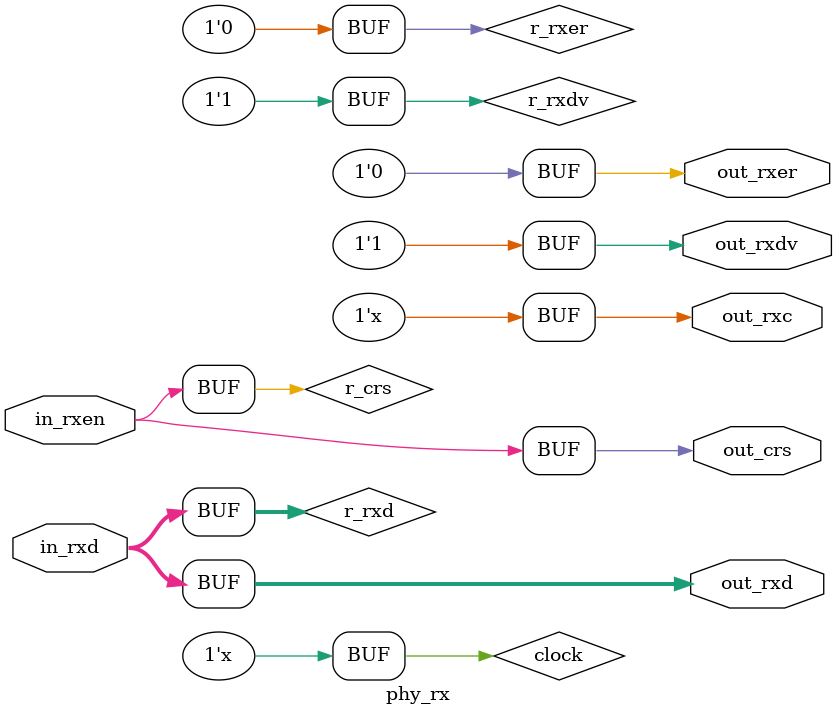
<source format=v>
module phy_rx(
    input   wire        in_rxen,
    input   wire [7:0]  in_rxd,
    output  wire        out_rxc,
    output  wire        out_rxdv,
    output  wire [7:0]  out_rxd,
    output  wire        out_rxer,
    output  wire        out_crs
    );

    reg clock;
    reg r_rxdv;
    reg [7:0] r_rxd;
    reg r_rxer;
    reg r_crs;

    assign out_rxc = clock;
    assign out_rxdv = r_rxdv;
    assign out_rxd = r_rxd;
    assign out_rxer = r_rxer;
    assign out_crs = r_crs;

    initial begin
        clock <= 0;
        r_rxdv <= 1; // TODO
        r_rxer <= 0; // TODO
        r_crs <= 0;
    end

    always begin
        #10 clock = ~clock;
        r_rxd <= in_rxd;
        r_crs <= in_rxen;
    end



endmodule

</source>
